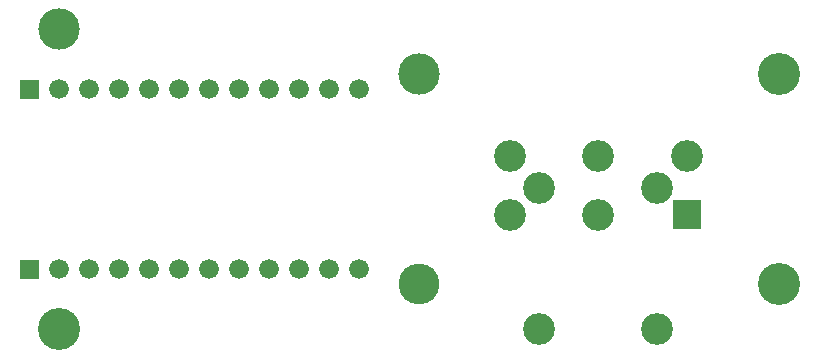
<source format=gbs>
G04 start of page 7 for group -4062 idx -4062 *
G04 Title: (unknown), soldermask *
G04 Creator: pcb 4.3.0 *
G04 CreationDate: Wed Mar 23 17:19:41 2022 UTC *
G04 For: steve *
G04 Format: Gerber/RS-274X *
G04 PCB-Dimensions (mil): 3200.00 1400.00 *
G04 PCB-Coordinate-Origin: lower left *
%MOIN*%
%FSLAX25Y25*%
%LNGBS*%
%ADD42C,0.1400*%
%ADD41C,0.1380*%
%ADD40C,0.1360*%
%ADD39C,0.1060*%
%ADD38C,0.0660*%
%ADD37C,0.0001*%
G54D37*G36*
X46700Y43300D02*Y36700D01*
X53300D01*
Y43300D01*
X46700D01*
G37*
G54D38*X60000Y40000D03*
X70000D03*
X80000D03*
X90000D03*
X100000D03*
X110000D03*
X120000D03*
X80000Y100000D03*
X90000D03*
X100000D03*
X110000D03*
G54D37*G36*
X46700Y103300D02*Y96700D01*
X53300D01*
Y103300D01*
X46700D01*
G37*
G54D38*X60000Y100000D03*
X70000D03*
X120000D03*
X130000D03*
X140000D03*
X150000D03*
X160000D03*
X130000Y40000D03*
X140000D03*
X150000D03*
X160000D03*
G54D39*X210100Y58200D03*
X220000Y67300D03*
X210100Y77900D03*
X220000Y20000D03*
X239600Y77900D03*
Y58200D03*
X259300Y67300D03*
Y20000D03*
X269200Y77900D03*
G54D37*G36*
X264400Y63000D02*Y53400D01*
X274000D01*
Y63000D01*
X264400D01*
G37*
G54D40*X180000Y35000D03*
G54D41*Y105000D03*
G54D42*X300000D03*
Y35000D03*
X60000Y20000D03*
G54D41*Y120000D03*
M02*

</source>
